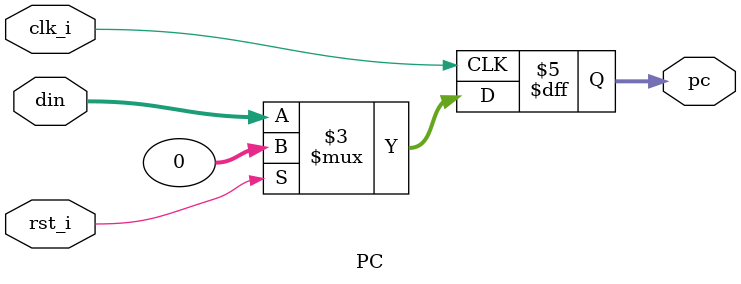
<source format=v>
`timescale 1ns / 1ps
`include "defines.vh"

module PC(
input [31:0]din,
input clk_i,
input rst_i,
output  reg[31:0] pc
);
always@(posedge clk_i)
begin
if (rst_i)
pc<=0;
else
begin
pc<=din;
end
end
endmodule
</source>
